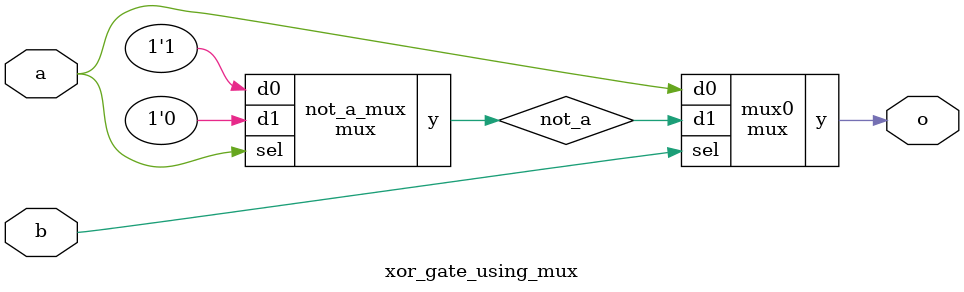
<source format=sv>

module mux
(
  input  d0, d1,
  input  sel,
  output y
);

  assign y = sel ? d1 : d0;

endmodule

//----------------------------------------------------------------------------
// Task
//----------------------------------------------------------------------------

module xor_gate_using_mux
(
    input  a,
    input  b,
    output o
);

  // Task:
  // Implement xor gate using instance(s) of mux,
  // constants 0 and 1, and wire connections

  wire not_a;

  mux not_a_mux(
    .d0 (1),
    .d1 (0),
    .sel (a),
    .y (not_a)
  );

  mux mux0(
    .d0 (a),
    .d1 (not_a),
    .sel (b),
    .y (o)
  );

endmodule

</source>
